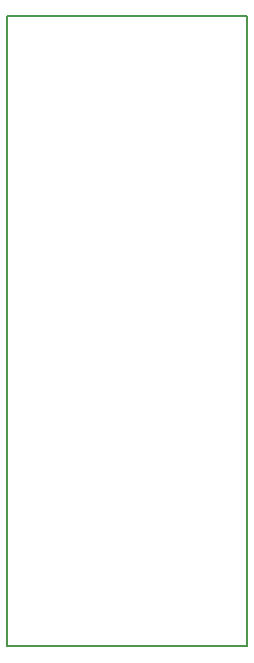
<source format=gbr>
G04 #@! TF.FileFunction,Profile,NP*
%FSLAX46Y46*%
G04 Gerber Fmt 4.6, Leading zero omitted, Abs format (unit mm)*
G04 Created by KiCad (PCBNEW 4.0.2-stable) date 10/03/2016 10:29:03 PM*
%MOMM*%
G01*
G04 APERTURE LIST*
%ADD10C,0.100000*%
%ADD11C,0.150000*%
G04 APERTURE END LIST*
D10*
D11*
X119380000Y-78740000D02*
X119380000Y-132080000D01*
X139700000Y-78740000D02*
X119380000Y-78740000D01*
X139700000Y-132080000D02*
X139700000Y-78740000D01*
X119380000Y-132080000D02*
X139700000Y-132080000D01*
M02*

</source>
